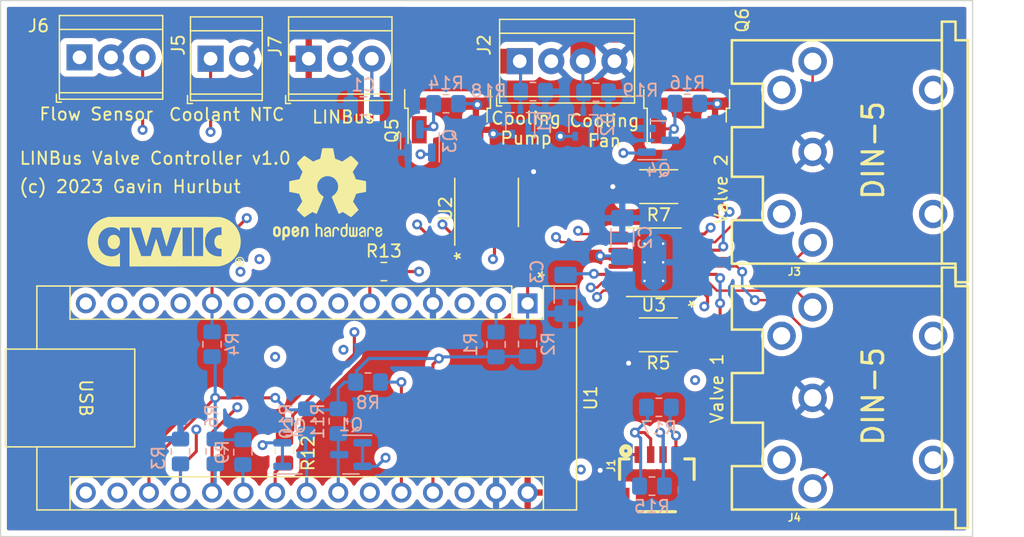
<source format=kicad_pcb>
(kicad_pcb (version 20211014) (generator pcbnew)
  (title_block (title "LINBus Valve Controller") (date "2023-02-04") (rev "1.0") (company "Gavin Hurlbut"))
  (layers (0 "F.Cu" signal) (1 "In1.Cu" signal) (2 "In2.Cu" signal) (31 "B.Cu" signal) (34 "B.Paste" user) (35 "F.Paste" user) (36 "B.SilkS" user "B.Silkscreen") (37 "F.SilkS" user "F.Silkscreen") (38 "B.Mask" user) (39 "F.Mask" user) (44 "Edge.Cuts" user))
  (net 0 "")
  (net 1 "GND")
  (net 2 "+5V")
  (net 3 "Net-(C3-Pad1)")
  (net 4 "LIN")
  (net 5 "TXD")
  (net 6 "RXD")
  (net 7 "~{LIN_SLP}")
  (net 8 "~{LIN_WAKE}")
  (net 9 "VALVE_IN1+")
  (net 10 "VALVE_IN1-")
  (net 11 "VALVE1_CLOSED")
  (net 12 "VALVE1_OPEN")
  (net 13 "VALVE_IN2+")
  (net 14 "VALVE_IN2-")
  (net 15 "VALVE2_CLOSED")
  (net 16 "VALVE2_OPEN")
  (net 17 "FLOW_PULSE")
  (net 18 "~{MOTOR_FAULT}")
  (net 19 "MOTOR_EN")
  (net 20 "COOLANT_NTC")
  (net 21 "+12V")
  (net 22 "VALVE2+")
  (net 23 "VALVE2-")
  (net 24 "VALVE1+")
  (net 25 "VALVE1-")
  (net 26 "Net-(R5-Pad1)")
  (net 27 "Net-(R7-Pad1)")
  (net 28 "+3V3")
  (net 29 "SDA5")
  (net 30 "SCL5")
  (net 31 "SDA")
  (net 32 "SCL")
  (net 35 "COOLANT_PUMP")
  (net 36 "COOLING_FAN")
  (net 41 "Net-(Q3-Pad1)")
  (net 42 "Net-(Q3-Pad3)")
  (net 43 "Net-(Q4-Pad1)")
  (net 44 "Net-(Q4-Pad3)")
  (net 45 "PUMP_EN")
  (net 46 "FAN_PWM")
  (footprint "TerminalBlock_TE-Connectivity:TerminalBlock_TE_282834-3_1x03_P2.54mm_Horizontal" (layer "F.Cu") (at 177.2 63.1)
    (fp_text reference "J7")
    (fp_text value "Screw_Terminal_01x03")
  )
  (footprint "Resistor_SMD:R_0805_2012Metric_Pad1.20x1.40mm_HandSolder" (layer "F.Cu") (at 175.25 94.675 90)
    (fp_text reference "R12")
    (fp_text value "10R")
  )
  (footprint "TerminalBlock_TE-Connectivity:TerminalBlock_TE_282834-3_1x03_P2.54mm_Horizontal" (layer "F.Cu") (at 158.75 62.992)
    (fp_text reference "J6")
    (fp_text value "Screw_Terminal_01x03")
  )
  (footprint "SparkFun-Connectors:DIN5-RA-PTH" (layer "F.Cu") (at 230.25862 70.612 90)
    (fp_text reference "J3")
    (fp_text value "DIN-5_180degree")
  )
  (footprint "Beirdo:qwiic-logo" (layer "F.Cu") (at 165.608 77.724)
    (fp_text reference "G***" hide)
    (fp_text value "LOGO" hide)
  )
  (footprint "TerminalBlock_TE-Connectivity:TerminalBlock_TE_282834-2_1x02_P2.54mm_Horizontal" (layer "F.Cu") (at 169.3 63.1)
    (fp_text reference "J5")
    (fp_text value "Screw_Terminal_01x02")
  )
  (footprint "Package_SO:SOIC-8_3.9x4.9mm_P1.27mm" (layer "F.Cu") (at 191.516 74.676 90)
    (fp_text reference "U2")
    (fp_text value "TJA1021T")
  )
  (footprint "SparkFun-Connectors:1X04_1MM_RA" (layer "F.Cu") (at 205.22184 94.996)
    (fp_text reference "J1")
    (fp_text value "QWIIC Connector")
  )
  (footprint "Resistor_SMD:R_2010_5025Metric_Pad1.40x2.65mm_HandSolder" (layer "F.Cu") (at 205.346 85.344 180)
    (fp_text reference "R5")
    (fp_text value "2R 2W")
  )
  (footprint "Package_TO_SOT_SMD:TO-252-2" (layer "F.Cu") (at 207.625 64.625 90)
    (fp_text reference "Q6")
    (fp_text value "SUD50P04-08")
  )
  (footprint "Package_SO:HTSSOP-16-1EP_4.4x5mm_P0.65mm_EP3.4x5mm_Mask2.46x2.31mm_ThermalVias" (layer "F.Cu") (at 204.978 79.502 180)
    (fp_text reference "U3")
    (fp_text value "DRV8833PWP")
  )
  (footprint "Package_TO_SOT_SMD:TO-252-2" (layer "F.Cu") (at 188.375 64.625 90)
    (fp_text reference "Q5")
    (fp_text value "SUD50P04-08")
  )
  (footprint "Resistor_SMD:R_0805_2012Metric_Pad1.20x1.40mm_HandSolder" (layer "F.Cu") (at 183.25 80.25)
    (fp_text reference "R13")
    (fp_text value "10R")
  )
  (footprint "TerminalBlock_TE-Connectivity:TerminalBlock_TE_282834-4_1x04_P2.54mm_Horizontal" (layer "F.Cu") (at 194.185 63.3)
    (fp_text reference "J2")
    (fp_text value "Screw_Terminal_01x04")
  )
  (footprint "SparkFun-Connectors:DIN5-RA-PTH" (layer "F.Cu") (at 230.25862 90.424 90)
    (fp_text reference "J4")
    (fp_text value "DIN-5_180degree")
  )
  (footprint "Symbol:OSHW-Logo2_9.8x8mm_SilkScreen" (layer "F.Cu") (at 178.725 74.025)
    (fp_text reference "REF**" hide)
    (fp_text value "OSHW-Logo2_9.8x8mm_SilkScreen" hide)
  )
  (footprint "Resistor_SMD:R_2010_5025Metric_Pad1.40x2.65mm_HandSolder" (layer "F.Cu") (at 205.372 73.406 180)
    (fp_text reference "R7")
    (fp_text value "2R 2W")
  )
  (footprint "Module:Arduino_Nano" (layer "F.Cu") (at 194.818 82.814 -90)
    (fp_text reference "U1")
    (fp_text value "Arduino_Nano_v3.x")
  )
  (footprint "Resistor_SMD:R_0805_2012Metric_Pad1.20x1.40mm_HandSolder" (layer "B.Cu") (at 181.9675 89.154)
    (fp_text reference "R8")
    (fp_text value "10k")
  )
  (footprint "Resistor_SMD:R_0805_2012Metric_Pad1.20x1.40mm_HandSolder" (layer "B.Cu") (at 169.672 94.742 -90)
    (fp_text reference "R6")
    (fp_text value "10k")
  )
  (footprint "Resistor_SMD:R_0805_2012Metric_Pad1.20x1.40mm_HandSolder" (layer "B.Cu") (at 179.578 92.3055 -90)
    (fp_text reference "R11")
    (fp_text value "10k")
  )
  (footprint "Package_TO_SOT_SMD:SOT-23" (layer "B.Cu") (at 205.35 69.675)
    (fp_text reference "Q4")
    (fp_text value "2N7002")
  )
  (footprint "Resistor_SMD:R_0805_2012Metric_Pad1.20x1.40mm_HandSolder" (layer "B.Cu") (at 194.818 86.09 90)
    (fp_text reference "R2")
    (fp_text value "10k")
  )
  (footprint "Resistor_SMD:R_0805_2012Metric_Pad1.20x1.40mm_HandSolder" (layer "B.Cu") (at 188.25 66.725 180)
    (fp_text reference "R14")
    (fp_text value "10k")
  )
  (footprint "Package_TO_SOT_SMD:SOT-23" (layer "B.Cu") (at 180.594 94.996 180)
    (fp_text reference "Q1")
    (fp_text value "2N7002")
  )
  (footprint "Resistor_SMD:R_0805_2012Metric_Pad1.20x1.40mm_HandSolder" (layer "B.Cu") (at 207.675 66.7 180)
    (fp_text reference "R16")
    (fp_text value "10k")
  )
  (footprint "Resistor_SMD:R_0805_2012Metric_Pad1.20x1.40mm_HandSolder" (layer "B.Cu") (at 205.3825 91.186)
    (fp_text reference "R17")
    (fp_text value "10k")
  )
  (footprint "Resistor_SMD:R_0805_2012Metric_Pad1.20x1.40mm_HandSolder" (layer "B.Cu") (at 192.278 86.122 90)
    (fp_text reference "R1")
    (fp_text value "10k")
  )
  (footprint "Capacitor_SMD:C_1206_3216Metric_Pad1.33x1.80mm_HandSolder" (layer "B.Cu") (at 202.438 77.5085 90)
    (fp_text reference "C2")
    (fp_text value "10uF 16V")
  )
  (footprint "Capacitor_SMD:C_1206_3216Metric_Pad1.33x1.80mm_HandSolder" (layer "B.Cu") (at 197.866 82.0805 -90)
    (fp_text reference "C3")
    (fp_text value "2.2uF 6.3V")
  )
  (footprint "Package_TO_SOT_SMD:SOT-323_SC-70" (layer "B.Cu") (at 194.225 68.175 90)
    (fp_text reference "D1")
    (fp_text value "BAT54SW")
  )
  (footprint "Resistor_SMD:R_0805_2012Metric_Pad1.20x1.40mm_HandSolder" (layer "B.Cu") (at 171.9 94.8 -90)
    (fp_text reference "R9")
    (fp_text value "10k")
  )
  (footprint "Resistor_SMD:R_0805_2012Metric_Pad1.20x1.40mm_HandSolder" (layer "B.Cu") (at 204.8275 97.536)
    (fp_text reference "R15")
    (fp_text value "10k")
  )
  (footprint "Package_TO_SOT_SMD:SOT-323_SC-70" (layer "B.Cu") (at 199.3 68.35 90)
    (fp_text reference "D2")
    (fp_text value "BAT54SW")
  )
  (footprint "Resistor_SMD:R_0805_2012Metric_Pad1.20x1.40mm_HandSolder" (layer "B.Cu") (at 169.418 86.106 90)
    (fp_text reference "R4")
    (fp_text value "10k")
  )
  (footprint "Capacitor_SMD:C_0805_2012Metric_Pad1.18x1.45mm_HandSolder" (layer "B.Cu") (at 181.6 66.9 180)
    (fp_text reference "C1")
    (fp_text value "220pF")
  )
  (footprint "Resistor_SMD:R_0805_2012Metric_Pad1.20x1.40mm_HandSolder" (layer "B.Cu") (at 195.25 65.75)
    (fp_text reference "R18")
    (fp_text value "10R")
  )
  (footprint "Resistor_SMD:R_0805_2012Metric_Pad1.20x1.40mm_HandSolder" (layer "B.Cu") (at 200.325 65.8)
    (fp_text reference "R19")
    (fp_text value "10R")
  )
  (footprint "Package_TO_SOT_SMD:SOT-23" (layer "B.Cu") (at 186.15 69.725 90)
    (fp_text reference "Q3")
    (fp_text value "2N7002")
  )
  (footprint "Package_TO_SOT_SMD:SOT-23" (layer "B.Cu") (at 176.022 94.996)
    (fp_text reference "Q2")
    (fp_text value "2N7002")
  )
  (footprint "Resistor_SMD:R_0805_2012Metric_Pad1.20x1.40mm_HandSolder" (layer "B.Cu") (at 166.878 94.742 90)
    (fp_text reference "R3")
    (fp_text value "10k")
  )
  (footprint "Resistor_SMD:R_0805_2012Metric_Pad1.20x1.40mm_HandSolder" (layer "B.Cu") (at 177.038 92.3055 -90)
    (fp_text reference "R10")
    (fp_text value "10k")
  )
  (gr_line (start 152.4 101.6) (end 152.4 58.42) (layer "Edge.Cuts") (width 0.1))
  (gr_line (start 230.632 101.6) (end 152.4 101.6) (layer "Edge.Cuts") (width 0.1))
  (gr_line (start 152.4 58.42) (end 230.632 58.42) (layer "Edge.Cuts") (width 0.1))
  (gr_line (start 230.632 58.42) (end 230.632 101.6) (layer "Edge.Cuts") (width 0.1))
  (gr_text "Cooling\nPump" (at 194.7 68.7) (layer "F.SilkS") (effects (font (size 1 1))))
  (gr_text "LINBus Valve Controller v1.0" (at 164.846 71.12) (layer "F.SilkS") (effects (font (size 1 1))))
  (gr_text "LINBus" (at 180 67.8) (layer "F.SilkS") (effects (font (size 1 1))))
  (gr_text "Valve 1" (at 210.058 89.662 90) (layer "F.SilkS") (effects (font (size 1 1))))
  (gr_text "Valve 2" (at 210.4 73.6 90) (layer "F.SilkS") (effects (font (size 1 1))))
  (gr_text "Coolant NTC" (at 170.6 67.6) (layer "F.SilkS") (effects (font (size 1 1))))
  (gr_text "(c) 2023 Gavin Hurlbut" (at 162.814 73.406) (layer "F.SilkS") (effects (font (size 1 1))))
  (gr_text "Cooling\nFan" (at 201 68.9) (layer "F.SilkS") (effects (font (size 1 1))))
  (gr_text "Flow Sensor" (at 160.1 67.564) (layer "F.SilkS") (effects (font (size 1 1))))
  (segment (start 203.903 79.827) (end 204.228 79.502) (width 0.25) (layer "F.Cu") (net 1))
  (segment (start 202.1155 79.827) (end 203.903 79.827) (width 0.25) (layer "F.Cu") (net 1))
  (segment (start 203.72324 94.996) (end 201.93 94.996) (width 0.25) (layer "F.Cu") (net 1))
  (segment (start 201.93 94.996) (end 200.66 96.266) (width 0.25) (layer "F.Cu") (net 1))
  (segment (start 202.972 73.406) (end 201.676 73.406) (width 0.25) (layer "F.Cu") (net 1))
  (segment (start 202.946 85.344) (end 202.946 87.63) (width 0.25) (layer "F.Cu") (net 1))
  (segment (start 201.422 73.406) (end 201.676 73.406) (width 0.25) (layer "F.Cu") (net 1))
  (segment (start 195.3 72.2) (end 193.422 72.2) (width 0.25) (layer "F.Cu") (net 1))
  (segment (start 193.422 72.2) (end 193.421 72.201) (width 0.25) (layer "F.Cu") (net 1))
  (via (at 201.676 73.406) (size 0.8) (drill 0.4) (layers "F.Cu" "B.Cu") (net 1))
  (via (at 202.946 87.63) (size 0.8) (drill 0.4) (layers "F.Cu" "B.Cu") (net 1))
  (via (at 200.66 96.266) (size 0.8) (drill 0.4) (layers "F.Cu" "B.Cu") (net 1))
  (via (at 195.3 72.2) (size 0.8) (drill 0.4) (layers "F.Cu" "B.Cu") (net 1))
  (segment (start 174.498 90.424) (end 169.672 90.424) (width 0.25) (layer "F.Cu") (net 2))
  (segment (start 187.198 87.7275) (end 187.674 87.2515) (width 0.25) (layer "F.Cu") (net 2))
  (segment (start 164.338 95.758) (end 169.672 90.424) (width 0.25) (layer "F.Cu") (net 2))
  (segment (start 187.198 98.054) (end 187.198 87.7275) (width 0.25) (layer "F.Cu") (net 2))
  (segment (start 164.338 95.758) (end 164.338 98.054) (width 0.25) (layer "F.Cu") (net 2))
  (via (at 174.498 90.424) (size 0.8) (drill 0.4) (layers "F.Cu" "B.Cu") (net 2))
  (via (at 169.672 90.424) (size 0.8) (drill 0.4) (layers "F.Cu" "B.Cu") (net 2))
  (via (at 187.674 87.2515) (size 0.8) (drill 0.4) (layers "F.Cu" "B.Cu") (net 2))
  (segment (start 192.278 87.122) (end 187.8035 87.122) (width 0.25) (layer "B.Cu") (net 2))
  (segment (start 187.8035 87.122) (end 187.674 87.2515) (width 0.25) (layer "B.Cu") (net 2))
  (segment (start 194.818 87.09) (end 192.31 87.09) (width 0.25) (layer "B.Cu") (net 2))
  (segment (start 169.672 93.742) (end 169.672 90.424) (width 0.25) (layer "B.Cu") (net 2))
  (segment (start 192.31 87.09) (end 192.278 87.122) (width 0.25) (layer "B.Cu") (net 2))
  (segment (start 169.672 87.36) (end 169.418 87.106) (width 0.25) (layer "B.Cu") (net 2))
  (segment (start 179.578 91.393) (end 179.578 89.662) (width 0.25) (layer "B.Cu") (net 2))
  (segment (start 181.055 88.245) (end 182.0485 87.2515) (width 0.25) (layer "B.Cu") (net 2))
  (segment (start 169.672 90.424) (end 169.672 87.36) (width 0.25) (layer "B.Cu") (net 2))
  (segment (start 180.086 89.154) (end 181.055 89.154) (width 0.25) (layer "B.Cu") (net 2))
  (segment (start 181.055 89.154) (end 181.055 88.245) (width 0.25) (layer "B.Cu") (net 2))
  (segment (start 169.73 93.8) (end 169.672 93.742) (width 0.25) (layer "B.Cu") (net 2))
  (segment (start 179.578 89.662) (end 180.086 89.154) (width 0.25) (layer "B.Cu") (net 2))
  (segment (start 174.498 90.424) (end 175.467 91.393) (width 0.25) (layer "B.Cu") (net 2))
  (segment (start 171.9 93.8) (end 169.73 93.8) (width 0.25) (layer "B.Cu") (net 2))
  (segment (start 182.0485 87.2515) (end 187.674 87.2515) (width 0.25) (layer "B.Cu") (net 2))
  (segment (start 192.1485 87.2515) (end 192.278 87.122) (width 0.25) (layer "B.Cu") (net 2))
  (segment (start 175.467 91.393) (end 179.578 91.393) (width 0.25) (layer "B.Cu") (net 2))
  (segment (start 202.1155 80.477) (end 200.2015 80.477) (width 0.25) (layer "F.Cu") (net 3))
  (segment (start 200.2015 80.477) (end 200.152 80.4275) (width 0.25) (layer "F.Cu") (net 3))
  (via (at 200.152 80.4275) (size 0.8) (drill 0.4) (layers "F.Cu" "B.Cu") (net 3))
  (segment (start 197.9565 80.4275) (end 197.866 80.518) (width 0.25) (layer "B.Cu") (net 3))
  (segment (start 200.152 80.4275) (end 197.9565 80.4275) (width 0.25) (layer "B.Cu") (net 3))
  (segment (start 186.1 74.4) (end 182.28 70.58) (width 0.25) (layer "F.Cu") (net 4))
  (segment (start 182.28 70.58) (end 182.28 63.1) (width 0.25) (layer "F.Cu") (net 4))
  (segment (start 191.2 74.4) (end 186.1 74.4) (width 0.25) (layer "F.Cu") (net 4))
  (segment (start 192.151 72.201) (end 192.151 73.449) (width 0.25) (layer "F.Cu") (net 4))
  (segment (start 192.151 73.449) (end 191.2 74.4) (width 0.25) (layer "F.Cu") (net 4))
  (segment (start 182.6375 66.9) (end 182.28 66.5425) (width 0.25) (layer "B.Cu") (net 4))
  (segment (start 182.28 66.5425) (end 182.28 63.1) (width 0.25) (layer "B.Cu") (net 4))
  (segment (start 194.818 80.518) (end 194.818 82.814) (width 0.25) (layer "F.Cu") (net 5))
  (segment (start 193.421 79.121) (end 194.818 80.518) (width 0.25) (layer "F.Cu") (net 5))
  (segment (start 193.421 77.151) (end 193.421 79.121) (width 0.25) (layer "F.Cu") (net 5))
  (segment (start 194.818 85.09) (end 194.818 82.814) (width 0.25) (layer "B.Cu") (net 5))
  (segment (start 188.657 77.151) (end 187.96 76.454) (width 0.25) (layer "F.Cu") (net 6))
  (segment (start 189.611 77.151) (end 188.657 77.151) (width 0.25) (layer "F.Cu") (net 6))
  (via (at 187.96 76.454) (size 0.8) (drill 0.4) (layers "F.Cu" "B.Cu") (net 6))
  (segment (start 192.278 85.122) (end 192.278 82.814) (width 0.25) (layer "B.Cu") (net 6))
  (segment (start 185.928 76.454) (end 188.976 79.502) (width 0.25) (layer "F.Cu") (net 7))
  (segment (start 190.881 79.121) (end 190.881 77.151) (width 0.25) (layer "F.Cu") (net 7))
  (segment (start 169.418 78.74) (end 172.212 75.946) (width 0.25) (layer "F.Cu") (net 7))
  (segment (start 190.5 79.502) (end 190.881 79.121) (width 0.25) (layer "F.Cu") (net 7))
  (segment (start 188.976 79.502) (end 190.5 79.502) (width 0.25) (layer "F.Cu") (net 7))
  (segment (start 169.418 82.814) (end 169.418 78.74) (width 0.25) (layer "F.Cu") (net 7))
  (via (at 172.212 75.946) (size 0.8) (drill 0.4) (layers "F.Cu" "B.Cu") (net 7))
  (via (at 185.928 76.454) (size 0.8) (drill 0.4) (layers "F.Cu" "B.Cu") (net 7))
  (segment (start 169.418 85.106) (end 169.418 82.814) (width 0.25) (layer "B.Cu") (net 7))
  (segment (start 192.024 79.248) (end 192.151 79.121) (width 0.25) (layer "F.Cu") (net 8))
  (segment (start 192.151 79.121) (end 192.151 77.151) (width 0.25) (layer "F.Cu") (net 8))
  (segment (start 169.418 93.218) (end 171.45 91.186) (width 0.25) (layer "F.Cu") (net 8))
  (segment (start 169.418 98.054) (end 169.418 98.044) (width 0.25) (layer "F.Cu") (net 8))
  (segment (start 169.418 98.044) (end 169.418 93.218) (width 0.25) (layer "F.Cu") (net 8))
  (via (at 171.45 91.186) (size 0.8) (drill 0.4) (layers "F.Cu" "B.Cu") (net 8))
  (via (at 192.024 79.248) (size 0.8) (drill 0.4) (layers "F.Cu" "B.Cu") (net 8))
  (via (at 173.228 79.248) (size 0.8) (drill 0.4) (layers "F.Cu" "B.Cu") (net 8))
  (segment (start 169.672 97.8) (end 169.672 95.742) (width 0.25) (layer "B.Cu") (net 8))
  (segment (start 169.418 98.054) (end 169.672 97.8) (width 0.25) (layer "B.Cu") (net 8))
  (segment (start 200.925 81.777) (end 200.406 82.296) (width 0.2) (layer "F.Cu") (net 9))
  (segment (start 202.1155 81.777) (end 200.925 81.777) (width 0.2) (layer "F.Cu") (net 9))
  (via (at 179.998 86.552) (size 0.8) (drill 0.4) (layers "F.Cu" "B.Cu") (net 9))
  (via (at 200.406 82.296) (size 0.8) (drill 0.4) (layers "F.Cu" "B.Cu") (net 9))
  (segment (start 200.406 81.534) (end 199.898 81.534) (width 0.2) (layer "F.Cu") (net 10))
  (segment (start 200.813 81.127) (end 200.406 81.534) (width 0.2) (layer "F.Cu") (net 10))
  (segment (start 202.1155 81.127) (end 200.813 81.127) (width 0.2) (layer "F.Cu") (net 10))
  (via (at 199.898 81.534) (size 0.8) (drill 0.4) (layers "F.Cu" "B.Cu") (net 10))
  (via (at 174.498 87.122) (size 0.8) (drill 0.4) (layers "F.Cu" "B.Cu") (net 11))
  (segment (start 199.147 77.227) (end 202.1155 77.227) (width 0.2) (layer "F.Cu") (net 13))
  (segment (start 198.882 76.962) (end 199.147 77.227) (width 0.2) (layer "F.Cu") (net 13))
  (via (at 198.882 76.962) (size 0.8) (drill 0.4) (layers "F.Cu" "B.Cu") (net 13))
  (segment (start 197.104 77.47) (end 197.511 77.877) (width 0.2) (layer "F.Cu") (net 14))
  (segment (start 197.511 77.877) (end 202.1155 77.877) (width 0.2) (layer "F.Cu") (net 14))
  (via (at 197.104 77.47) (size 0.8) (drill 0.4) (layers "F.Cu" "B.Cu") (net 14))
  (segment (start 163.83 62.992) (end 163.83 68.834) (width 0.25) (layer "F.Cu") (net 17))
  (via (at 163.83 68.834) (size 0.8) (drill 0.4) (layers "F.Cu" "B.Cu") (net 17))
  (via (at 171.704 80.264) (size 0.8) (drill 0.4) (layers "F.Cu" "B.Cu") (net 17))
  (segment (start 207.8405 77.227) (end 209.031 77.227) (width 0.25) (layer "F.Cu") (net 18))
  (segment (start 209.031 77.227) (end 209.55 76.708) (width 0.25) (layer "F.Cu") (net 18))
  (via (at 199.1 96.2) (size 0.8) (drill 0.4) (layers "F.Cu" "B.Cu") (net 18))
  (via (at 208.3 89) (size 0.8) (drill 0.4) (layers "F.Cu" "B.Cu") (net 18))
  (via (at 209.55 76.708) (size 0.8) (drill 0.4) (layers "F.Cu" "B.Cu") (net 18))
  (segment (start 171.9 97.996) (end 171.958 98.054) (width 0.25) (layer "B.Cu") (net 18))
  (segment (start 171.9 95.8) (end 171.9 97.996) (width 0.25) (layer "B.Cu") (net 18))
  (segment (start 168.152299 94.737701) (end 166.878 96.012) (width 0.25) (layer "F.Cu") (net 19))
  (segment (start 207.8405 81.777) (end 208.777 81.777) (width 0.25) (layer "F.Cu") (net 19))
  (segment (start 209.296 82.296) (end 209.296 82.804) (width 0.25) (layer "F.Cu") (net 19))
  (segment (start 208.777 81.777) (end 209.296 82.296) (width 0.25) (layer "F.Cu") (net 19))
  (segment (start 166.878 96.012) (end 166.878 98.054) (width 0.25) (layer "F.Cu") (net 19))
  (segment (start 168.152299 92.968299) (end 168.152299 94.737701) (width 0.25) (layer "F.Cu") (net 19))
  (segment (start 209.296 82.804) (end 209.042 83.058) (width 0.25) (layer "F.Cu") (net 19))
  (via (at 168.152299 92.968299) (size 0.8) (drill 0.4) (layers "F.Cu" "B.Cu") (net 19))
  (via (at 209.042 83.058) (size 0.8) (drill 0.4) (layers "F.Cu" "B.Cu") (net 19))
  (segment (start 166.878 95.79) (end 167.164 95.504) (width 0.25) (layer "B.Cu") (net 19))
  (segment (start 166.878 98.054) (end 166.878 95.79) (width 0.25) (layer "B.Cu") (net 19))
  (segment (start 169.3 69) (end 169.3 63.1) (width 0.25) (layer "F.Cu") (net 20))
  (segment (start 184.658 89.154) (end 184.658 98.054) (width 0.25) (layer "F.Cu") (net 20))
  (via (at 184.658 89.154) (size 0.8) (drill 0.4) (layers "F.Cu" "B.Cu") (net 20))
  (via (at 169.3 69) (size 0.8) (drill 0.4) (layers "F.Cu" "B.Cu") (net 20))
  (segment (start 182.88 89.154) (end 184.658 89.154) (width 0.25) (layer "B.Cu") (net 20))
  (segment (start 200.843 79.177) (end 200.66 78.994) (width 0.25) (layer "F.Cu") (net 21))
  (segment (start 202.1155 79.177) (end 200.843 79.177) (width 0.25) (layer "F.Cu") (net 21))
  (via (at 210.075 66.725) (size 0.8) (drill 0.4) (layers "F.Cu" "B.Cu") (net 21))
  (via (at 190.775 66.8) (size 0.8) (drill 0.4) (layers "F.Cu" "B.Cu") (net 21))
  (via (at 197.45 69.35) (size 0.8) (drill 0.4) (layers "F.Cu" "B.Cu") (net 21))
  (via (at 200.66 78.994) (size 0.8) (drill 0.4) (layers "F.Cu" "B.Cu") (net 21))
  (via (at 192.05 69.15) (size 0.8) (drill 0.4) (layers "F.Cu" "B.Cu") (net 21))
  (segment (start 193.575 69.175) (end 192.075 69.175) (width 0.25) (layer "B.Cu") (net 21))
  (segment (start 208.675 66.7) (end 210.05 66.7) (width 0.25) (layer "B.Cu") (net 21))
  (segment (start 198.65 69.35) (end 197.45 69.35) (width 0.25) (layer "B.Cu") (net 21))
  (segment (start 210.05 66.7) (end 210.075 66.725) (width 0.25) (layer "B.Cu") (net 21))
  (segment (start 202.361 78.994) (end 202.438 79.071) (width 0.25) (layer "B.Cu") (net 21))
  (segment (start 192.075 69.175) (end 192.05 69.15) (width 0.25) (layer "B.Cu") (net 21))
  (segment (start 200.66 78.994) (end 202.361 78.994) (width 0.25) (layer "B.Cu") (net 21))
  (segment (start 190.7 66.725) (end 189.25 66.725) (width 0.25) (layer "B.Cu") (net 21))
  (segment (start 190.775 66.8) (end 190.7 66.725) (width 0.25) (layer "B.Cu") (net 21))
  (segment (start 207.8405 77.877) (end 209.905 77.877) (width 0.2) (layer "F.Cu") (net 22))
  (segment (start 209.905 77.877) (end 215.138 72.644) (width 0.2) (layer "F.Cu") (net 22))
  (segment (start 215.138 69.088) (end 217.75928 66.46672) (width 0.2) (layer "F.Cu") (net 22))
  (segment (start 215.138 72.644) (end 215.138 69.088) (width 0.2) (layer "F.Cu") (net 22))
  (segment (start 217.75928 66.46672) (end 217.75928 63.31204) (width 0.2) (layer "F.Cu") (net 22))
  (segment (start 216.49424 79.177) (end 217.75928 77.91196) (width 0.2) (layer "F.Cu") (net 23))
  (segment (start 207.8405 79.177) (end 216.49424 79.177) (width 0.2) (layer "F.Cu") (net 23))
  (segment (start 207.8405 81.127) (end 209.397 81.127) (width 0.2) (layer "F.Cu") (net 24))
  (segment (start 209.397 81.127) (end 210.058 81.788) (width 0.2) (layer "F.Cu") (net 24))
  (segment (start 210.058 81.788) (end 216.42324 81.788) (width 0.2) (layer "F.Cu") (net 24))
  (segment (start 216.42324 81.788) (end 217.75928 83.12404) (width 0.2) (layer "F.Cu") (net 24))
  (segment (start 213.106 82.55) (end 214.747494 82.55) (width 0.2) (layer "F.Cu") (net 25))
  (segment (start 220.218 88.020506) (end 220.218 95.26524) (width 0.2) (layer "F.Cu") (net 25))
  (segment (start 220.218 95.26524) (end 217.75928 97.72396) (width 0.2) (layer "F.Cu") (net 25))
  (segment (start 211.653 79.827) (end 207.8405 79.827) (width 0.2) (layer "F.Cu") (net 25))
  (segment (start 212.09 80.264) (end 211.653 79.827) (width 0.2) (layer "F.Cu") (net 25))
  (segment (start 214.747494 82.55) (end 220.218 88.020506) (width 0.2) (layer "F.Cu") (net 25))
  (via (at 213.106 82.55) (size 0.8) (drill 0.4) (layers "F.Cu" "B.Cu") (net 25))
  (via (at 212.09 80.264) (size 0.8) (drill 0.4) (layers "F.Cu" "B.Cu") (net 25))
  (segment (start 212.09 81.534) (end 213.106 82.55) (width 0.2) (layer "B.Cu") (net 25))
  (segment (start 212.09 80.264) (end 212.09 81.534) (width 0.2) (layer "B.Cu") (net 25))
  (segment (start 207.8405 80.477) (end 210.017 80.477) (width 0.25) (layer "F.Cu") (net 26))
  (segment (start 210.312 84.328) (end 210.312 82.804) (width 0.25) (layer "F.Cu") (net 26))
  (segment (start 210.017 80.477) (end 210.312 80.772) (width 0.25) (layer "F.Cu") (net 26))
  (segment (start 209.296 85.344) (end 210.312 84.328) (width 0.25) (layer "F.Cu") (net 26))
  (segment (start 207.746 85.344) (end 209.296 85.344) (width 0.25) (layer "F.Cu") (net 26))
  (via (at 210.312 82.804) (size 0.8) (drill 0.4) (layers "F.Cu" "B.Cu") (net 26))
  (via (at 210.312 80.772) (size 0.8) (drill 0.4) (layers "F.Cu" "B.Cu") (net 26))
  (segment (start 210.312 80.772) (end 210.312 82.804) (width 0.25) (layer "B.Cu") (net 26))
  (segment (start 210.271 78.527) (end 210.566 78.232) (width 0.25) (layer "F.Cu") (net 27))
  (segment (start 209.042 73.406) (end 207.772 73.406) (width 0.25) (layer "F.Cu") (net 27))
  (segment (start 211.074 75.438) (end 209.042 73.406) (width 0.25) (layer "F.Cu") (net 27))
  (segment (start 207.8405 78.527) (end 210.271 78.527) (width 0.25) (layer "F.Cu") (net 27))
  (via (at 210.566 78.232) (size 0.8) (drill 0.4) (layers "F.Cu" "B.Cu") (net 27))
  (via (at 211.074 75.438) (size 0.8) (drill 0.4) (layers "F.Cu" "B.Cu") (net 27))
  (segment (start 210.566 75.946) (end 210.566 78.232) (width 0.25) (layer "B.Cu") (net 27))
  (segment (start 211.074 75.438) (end 210.566 75.946) (width 0.25) (layer "B.Cu") (net 27))
  (segment (start 204.724 94.996) (end 204.724 93.726) (width 0.25) (layer "F.Cu") (net 28))
  (segment (start 204.724 93.726) (end 204.216 93.218) (width 0.25) (layer "F.Cu") (net 28))
  (segment (start 204.216 93.218) (end 203.454 93.218) (width 0.25) (layer "F.Cu") (net 28))
  (via (at 203.454 93.218) (size 0.8) (drill 0.4) (layers "F.Cu" "B.Cu") (net 28))
  (segment (start 204.47 92.202) (end 204.47 91.186) (width 0.25) (layer "B.Cu") (net 28))
  (segment (start 203.454 93.218) (end 204.47 92.202) (width 0.25) (layer "B.Cu") (net 28))
  (segment (start 203.915 93.679) (end 203.454 93.218) (width 0.25) (layer "B.Cu") (net 28))
  (segment (start 203.915 97.536) (end 203.915 93.679) (width 0.25) (layer "B.Cu") (net 28))
  (segment (start 177.038 95.0745) (end 176.9595 94.996) (width 0.25) (layer "B.Cu") (net 29))
  (segment (start 176.9595 93.2965) (end 177.038 93.218) (width 0.25) (layer "B.Cu") (net 29))
  (segment (start 177.038 98.054) (end 177.038 95.0745) (width 0.25) (layer "B.Cu") (net 29))
  (segment (start 176.9595 94.996) (end 176.9595 93.2965) (width 0.25) (layer "B.Cu") (net 29))
  (segment (start 179.578 93.218) (end 179.578 94.9175) (width 0.25) (layer "B.Cu") (net 30))
  (segment (start 179.578 98.054) (end 179.578 95.0745) (width 0.25) (layer "B.Cu") (net 30))
  (segment (start 179.578 95.0745) (end 179.6565 94.996) (width 0.25) (layer "B.Cu") (net 30))
  (segment (start 179.578 94.9175) (end 179.6565 94.996) (width 0.25) (layer "B.Cu") (net 30))
  (segment (start 205.486 93.218) (end 205.71968 93.45168) (width 0.25) (layer "F.Cu") (net 31))
  (segment (start 205.71968 93.45168) (end 205.71968 94.996) (width 0.25) (layer "F.Cu") (net 31))
  (via (at 173.482 94.234) (size 0.8) (drill 0.4) (layers "F.Cu" "B.Cu") (net 31))
  (via (at 205.486 93.218) (size 0.8) (drill 0.4) (layers "F.Cu" "B.Cu") (net 31))
  (segment (start 205.74 97.536) (end 205.74 93.472) (width 0.25) (layer "B.Cu") (net 31))
  (segment (start 205.74 93.472) (end 205.486 93.218) (width 0.25) (layer "B.Cu") (net 31))
  (segment (start 175.0845 95.946) (end 175.0845 94.046) (width 0.25) (layer "B.Cu") (net 31))
  (segment (start 173.67 94.046) (end 173.482 94.234) (width 0.25) (layer "B.Cu") (net 31))
  (segment (start 175.0845 94.046) (end 173.67 94.046) (width 0.25) (layer "B.Cu") (net 31))
  (segment (start 206.756 93.472) (end 206.756 94.96044) (width 0.25) (layer "F.Cu") (net 32))
  (segment (start 206.756 94.96044) (end 206.72044 94.996) (width 0.25) (layer "F.Cu") (net 32))
  (via (at 206.756 93.472) (size 0.8) (drill 0.4) (layers "F.Cu" "B.Cu") (net 32))
  (via (at 183.388 95.25) (size 0.8) (drill 0.4) (layers "F.Cu" "B.Cu") (net 32))
  (segment (start 182.692 95.946) (end 183.388 95.25) (width 0.25) (layer "B.Cu") (net 32))
  (segment (start 181.5315 95.946) (end 181.5315 94.046) (width 0.25) (layer "B.Cu") (net 32))
  (segment (start 206.756 93.472) (end 206.295 93.011) (width 0.25) (layer "B.Cu") (net 32))
  (segment (start 206.295 93.011) (end 206.295 91.186) (width 0.25) (layer "B.Cu") (net 32))
  (segment (start 181.5315 95.946) (end 182.692 95.946) (width 0.25) (layer "B.Cu") (net 32))
  (segment (start 194.185 63.3) (end 189.15 63.3) (width 2) (layer "F.Cu") (net 35))
  (segment (start 189.15 63.3) (end 188.375 62.525) (width 2) (layer "F.Cu") (net 35))
  (segment (start 194.25 63.365) (end 194.185 63.3) (width 0.25) (layer "B.Cu") (net 35))
  (segment (start 194.2 66.3) (end 194.185 66.285) (width 0.25) (layer "B.Cu") (net 35))
  (segment (start 194.25 65.75) (end 194.25 67.15) (width 0.25) (layer "B.Cu") (net 35))
  (segment (start 194.25 67.15) (end 194.225 67.175) (width 0.25) (layer "B.Cu") (net 35))
  (segment (start 194.25 65.75) (end 194.25 63.365) (width 0.25) (layer "B.Cu") (net 35))
  (segment (start 199.9 60.8) (end 205.9 60.8) (width 2) (layer "F.Cu") (net 36))
  (segment (start 199.265 63.3) (end 199.265 61.435) (width 2) (layer "F.Cu") (net 36))
  (segment (start 199.265 61.435) (end 199.9 60.8) (width 2) (layer "F.Cu") (net 36))
  (segment (start 205.9 60.8) (end 207.625 62.525) (width 2) (layer "F.Cu") (net 36))
  (segment (start 199.3 67.35) (end 199.3 65.825) (width 0.25) (layer "B.Cu") (net 36))
  (segment (start 199.265 65.74) (end 199.265 63.3) (width 0.25) (layer "B.Cu") (net 36))
  (segment (start 199.3 65.825) (end 199.325 65.8) (width 0.25) (layer "B.Cu") (net 36))
  (segment (start 199.325 65.8) (end 199.265 65.74) (width 0.25) (layer "B.Cu") (net 36))
  (segment (start 180.875 86.875) (end 175.913 91.837) (width 0.25) (layer "F.Cu") (net 41))
  (segment (start 175.913 93.012) (end 175.25 93.675) (width 0.25) (layer "F.Cu") (net 41))
  (segment (start 180.875 85.125) (end 180.875 86.875) (width 0.25) (layer "F.Cu") (net 41))
  (segment (start 175.913 91.837) (end 175.913 93.012) (width 0.25) (layer "F.Cu") (net 41))
  (via (at 180.875 85.125) (size 0.8) (drill 0.4) (layers "F.Cu" "B.Cu") (net 41))
  (via (at 186.2 70.8) (size 0.8) (drill 0.4) (layers "F.Cu" "B.Cu") (net 41))
  (segment (start 186.9625 70.8) (end 187.1 70.6625) (width 0.25) (layer "B.Cu") (net 41))
  (segment (start 186.2 70.8) (end 186.9625 70.8) (width 0.25) (layer "B.Cu") (net 41))
  (segment (start 186.37 68.55) (end 186.095 68.825) (width 0.25) (layer "F.Cu") (net 42))
  (segment (start 187.25 68.55) (end 186.37 68.55) (width 0.25) (layer "F.Cu") (net 42))
  (via (at 187.25 68.55) (size 0.8) (drill 0.4) (layers "F.Cu" "B.Cu") (net 42))
  (segment (start 187.25 68.55) (end 187.25 66.725) (width 0.25) (layer "B.Cu") (net 42))
  (segment (start 187.0125 68.7875) (end 187.25 68.55) (width 0.25) (layer "B.Cu") (net 42))
  (segment (start 186.15 68.7875) (end 187.0125 68.7875) (width 0.25) (layer "B.Cu") (net 42))
  (segment (start 184.25 80.25) (end 186.075 80.25) (width 0.25) (layer "F.Cu") (net 43))
  (via (at 202.525 70.7) (size 0.8) (drill 0.4) (layers "F.Cu" "B.Cu") (net 43))
  (via (at 186.075 80.25) (size 0.8) (drill 0.4) (layers "F.Cu" "B.Cu") (net 43))
  (segment (start 204.3375 70.7) (end 204.4125 70.625) (width 0.25) (layer "B.Cu") (net 43))
  (segment (start 202.525 70.7) (end 204.3375 70.7) (width 0.25) (layer "B.Cu") (net 43))
  (segment (start 205.42 68.75) (end 205.345 68.825) (width 0.25) (layer "F.Cu") (net 44))
  (segment (start 206.6 68.75) (end 205.42 68.75) (width 0.25) (layer "F.Cu") (net 44))
  (via (at 206.6 68.75) (size 0.8) (drill 0.4) (layers "F.Cu" "B.Cu") (net 44))
  (segment (start 206.2875 69.675) (end 206.2875 69.0625) (width 0.25) (layer "B.Cu") (net 44))
  (segment (start 206.2875 69.0625) (end 206.6 68.75) (width 0.25) (layer "B.Cu") (net 44))
  (segment (start 206.675 66.7) (end 206.675 68.675) (width 0.25) (layer "B.Cu") (net 44))
  (segment (start 206.675 68.675) (end 206.6 68.75) (width 0.25) (layer "B.Cu") (net 44))
  (segment (start 174.498 98.054) (end 174.498 96.427) (width 0.25) (layer "F.Cu") (net 45))
  (segment (start 174.498 96.427) (end 175.25 95.675) (width 0.25) (layer "F.Cu") (net 45))
  (segment (start 182.118 80.382) (end 182.25 80.25) (width 0.25) (layer "F.Cu") (net 46))
  (segment (start 182.118 82.814) (end 182.118 80.382) (width 0.25) (layer "F.Cu") (net 46))
  (zone (net 21) (net_name "+12V") (layer "F.Cu") (connect_pads (clearance 0.508)) (min_thickness 0.254) (fill yes (thermal_gap 0.508) (thermal_bridge_width 0.508))
    (polygon (pts (xy 230.632 101.6) (xy 152.4 101.6) (xy 152.4 58.42) (xy 230.632 58.42)))
  )
  (zone (net 1) (net_name "GND") (layer "B.Cu") (connect_pads (clearance 0.508)) (min_thickness 0.254) (fill yes (thermal_gap 0.508) (thermal_bridge_width 0.508))
    (polygon (pts (xy 230.632 101.6) (xy 152.4 101.6) (xy 152.4 58.42) (xy 230.632 58.42)))
  )
)
</source>
